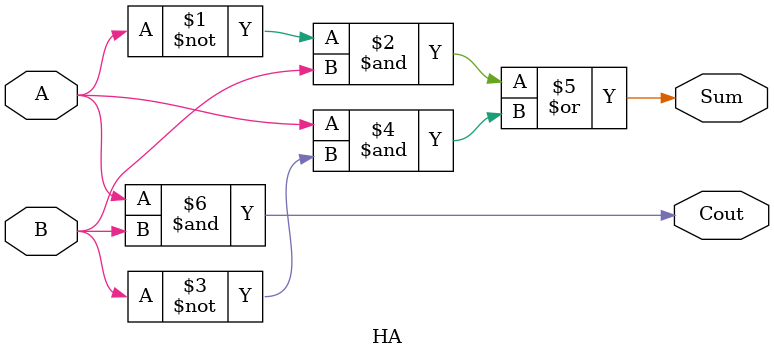
<source format=sv>
`timescale 1ns / 1ps


module HA(
    input A,
    input B,
    output Sum,
    output Cout
    );
    
    //using input [a:b] syntax to reduce redundancy and to build good coding habits
    assign Sum = (~A & B) | (A & ~B);
    assign Cout = (A & B);
endmodule

</source>
